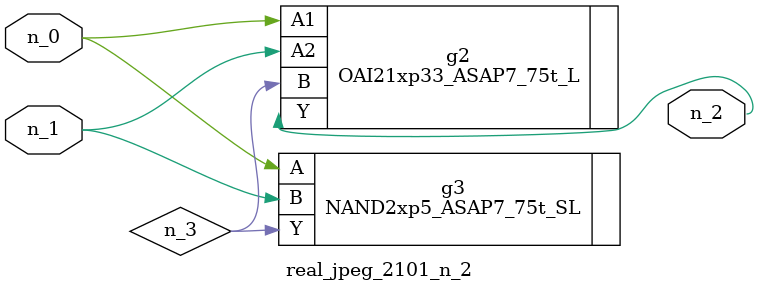
<source format=v>
module real_jpeg_2101_n_2 (n_1, n_0, n_2);

input n_1;
input n_0;

output n_2;

wire n_3;

OAI21xp33_ASAP7_75t_L g2 ( 
.A1(n_0),
.A2(n_1),
.B(n_3),
.Y(n_2)
);

NAND2xp5_ASAP7_75t_SL g3 ( 
.A(n_0),
.B(n_1),
.Y(n_3)
);


endmodule
</source>
